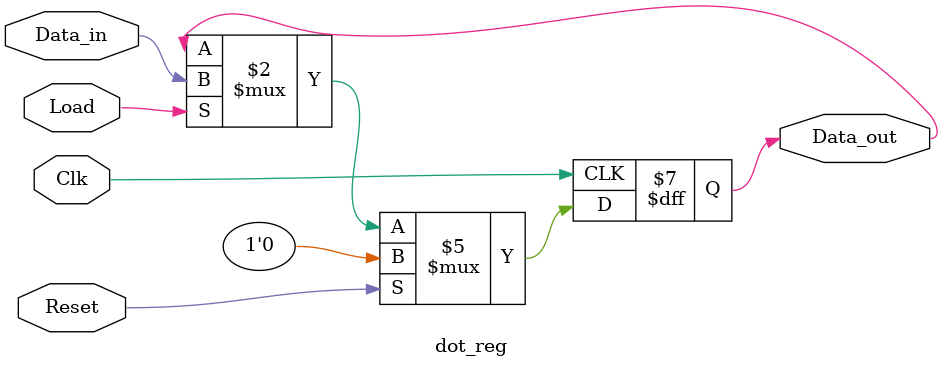
<source format=sv>
module dot_reg (input Clk, Reset, Load,
					input Data_in,
					output logic Data_out
);

			always_ff @(posedge Clk)
			begin
				if(Reset)
					Data_out <= 1'b0;
				else if(Load)
					Data_out <= Data_in;

			end
					
endmodule
</source>
